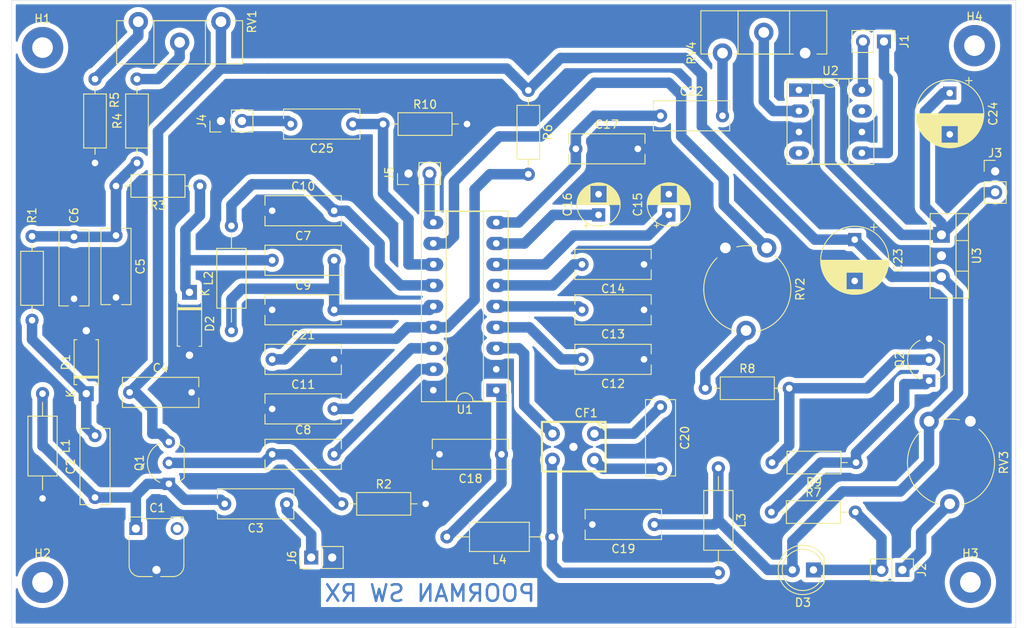
<source format=kicad_pcb>
(kicad_pcb (version 20240108) (generator "pcbnew") (generator_version "8.0")
  (layers (0 "F.Cu" signal) (31 "B.Cu" signal) (34 "B.Paste" user) (35 "F.Paste" user) (36 "B.SilkS" user "B.Silkscreen") (37 "F.SilkS" user "F.Silkscreen") (38 "B.Mask" user) (39 "F.Mask" user) (44 "Edge.Cuts" user))
  (net 0 "")
  (net 1 "Net-(Q1-G)")
  (net 2 "GND")
  (net 3 "Net-(D1-K)")
  (net 4 "Net-(J6-Pin_1)")
  (net 5 "+9V")
  (net 6 "Net-(C5-Pad1)")
  (net 7 "Net-(D2-K)")
  (net 8 "Net-(C7-Pad2)")
  (net 9 "Net-(Q1-S)")
  (net 10 "Net-(C8-Pad2)")
  (net 11 "Net-(C10-Pad2)")
  (net 12 "Net-(C11-Pad2)")
  (net 13 "Net-(C12-Pad2)")
  (net 14 "Net-(C13-Pad2)")
  (net 15 "Net-(C14-Pad2)")
  (net 16 "Net-(C15-Pad1)")
  (net 17 "Net-(C16-Pad1)")
  (net 18 "Net-(C17-Pad1)")
  (net 19 "Net-(C18-Pad1)")
  (net 20 "Net-(CF1-Ca)")
  (net 21 "Net-(CF1-Cb)")
  (net 22 "Net-(C21-Pad1)")
  (net 23 "Net-(C22-Pad2)")
  (net 24 "+12V")
  (net 25 "Net-(J4-Pin_2)")
  (net 26 "Net-(C25-Pad1)")
  (net 27 "Net-(D3-K)")
  (net 28 "Net-(J1-Pin_2)")
  (net 29 "Net-(J1-Pin_1)")
  (net 30 "Net-(J2-Pin_1)")
  (net 31 "Net-(J5-Pin_2)")
  (net 32 "Net-(CF1-IN)")
  (net 33 "Net-(Q2-C)")
  (net 34 "Net-(Q2-B)")
  (net 35 "Net-(R4-Pad2)")
  (net 36 "Net-(R5-Pad1)")
  (net 37 "Net-(R8-Pad1)")
  (net 38 "Net-(RV2-Pad3)")
  (net 39 "Net-(U2-IN+)")
  (net 40 "Net-(CF1-OUT)")
  (footprint "Capacitor_THT:C_Rect_L9.0mm_W3.4mm_P7.50mm_MKT" (layer "F.Cu") (at 165.5 105 180)
    (property "Reference" "C14" (at 3.75 -2.95 0) (layer "F.SilkS"))
    (property "Value" "10n")
    (pad "1" thru_hole circle (at 0 0 180) (size 1.6 1.6) (drill 0.8) (layers "*.Cu" "*.Mask") (net 2 "GND"))
    (pad "2" thru_hole circle (at 7.5 0 180) (size 1.6 1.6) (drill 0.8) (layers "*.Cu" "*.Mask") (net 15 "Net-(C14-Pad2)"))
  )
  (footprint "Potentiometer_THT:Potentiometer_Piher_PT-15-H01_Horizontal" (layer "F.Cu") (at 175 79.4 90)
    (property "Reference" "RV4" (at 0 -3.75 90) (layer "F.SilkS"))
    (property "Value" "100k")
    (pad "1" thru_hole circle (at 0 0 90) (size 2.34 2.34) (drill 1.3) (layers "*.Cu" "*.Mask") (net 23 "Net-(C22-Pad2)"))
    (pad "2" thru_hole circle (at 2.5 5 90) (size 2.34 2.34) (drill 1.3) (layers "*.Cu" "*.Mask") (net 39 "Net-(U2-IN+)"))
    (pad "3" thru_hole circle (at 0 10 90) (size 2.34 2.34) (drill 1.3) (layers "*.Cu" "*.Mask") (net 2 "GND"))
  )
  (footprint "Package_TO_SOT_THT:TO-220-3_Vertical" (layer "F.Cu") (at 201.5 101.42 -90)
    (property "Reference" "U3" (at 2.54 -4.27 90) (layer "F.SilkS"))
    (property "Value" "L7809")
    (pad "1" thru_hole rect (at 0 0 270) (size 1.905 2) (drill 1.1) (layers "*.Cu" "*.Mask") (net 24 "+12V"))
    (pad "2" thru_hole oval (at 2.54 0 270) (size 1.905 2) (drill 1.1) (layers "*.Cu" "*.Mask") (net 2 "GND"))
    (pad "3" thru_hole oval (at 5.08 0 270) (size 1.905 2) (drill 1.1) (layers "*.Cu" "*.Mask") (net 5 "+9V"))
  )
  (footprint "Connector_PinHeader_2.54mm:PinHeader_1x02_P2.54mm_Vertical" (layer "F.Cu") (at 125.225 140.5 90)
    (property "Reference" "J6" (at 0 -2.33 90) (layer "F.SilkS"))
    (property "Value" "ANT")
    (pad "1" thru_hole rect (at 0 0 90) (size 1.7 1.7) (drill 1) (layers "*.Cu" "*.Mask") (net 4 "Net-(J6-Pin_1)"))
    (pad "2" thru_hole oval (at 0 2.54 90) (size 1.7 1.7) (drill 1) (layers "*.Cu" "*.Mask") (net 2 "GND"))
  )
  (footprint "Capacitor_THT:C_Rect_L9.0mm_W3.4mm_P7.50mm_MKT" (layer "F.Cu") (at 165.5 116.5 180)
    (property "Reference" "C12" (at 3.75 -2.95 0) (layer "F.SilkS"))
    (property "Value" "100n")
    (pad "1" thru_hole circle (at 0 0 180) (size 1.6 1.6) (drill 0.8) (layers "*.Cu" "*.Mask") (net 2 "GND"))
    (pad "2" thru_hole circle (at 7.5 0 180) (size 1.6 1.6) (drill 0.8) (layers "*.Cu" "*.Mask") (net 13 "Net-(C12-Pad2)"))
  )
  (footprint "Capacitor_THT:C_Rect_L9.0mm_W3.4mm_P7.50mm_MKT" (layer "F.Cu") (at 130.25 88 180)
    (property "Reference" "C25" (at 3.75 -2.95 0) (layer "F.SilkS"))
    (property "Value" "10n")
    (pad "1" thru_hole circle (at 0 0 180) (size 1.6 1.6) (drill 0.8) (layers "*.Cu" "*.Mask") (net 26 "Net-(C25-Pad1)"))
    (pad "2" thru_hole circle (at 7.5 0 180) (size 1.6 1.6) (drill 0.8) (layers "*.Cu" "*.Mask") (net 25 "Net-(J4-Pin_2)"))
  )
  (footprint "Capacitor_THT:C_Rect_L9.0mm_W3.4mm_P7.50mm_MKT" (layer "F.Cu") (at 120.5 104.5)
    (property "Reference" "C7" (at 3.75 -2.95 0) (layer "F.SilkS"))
    (property "Value" "220")
    (pad "1" thru_hole circle (at 0 0) (size 1.6 1.6) (drill 0.8) (layers "*.Cu" "*.Mask") (net 7 "Net-(D2-K)"))
    (pad "2" thru_hole circle (at 7.5 0) (size 1.6 1.6) (drill 0.8) (layers "*.Cu" "*.Mask") (net 8 "Net-(C7-Pad2)"))
  )
  (footprint "Resistor_THT:R_Axial_DIN0207_L6.3mm_D2.5mm_P10.16mm_Horizontal" (layer "F.Cu") (at 133.92 88)
    (property "Reference" "R10" (at 5.08 -2.37 0) (layer "F.SilkS"))
    (property "Value" "2.2k")
    (pad "1" thru_hole circle (at 0 0) (size 1.6 1.6) (drill 0.8) (layers "*.Cu" "*.Mask") (net 26 "Net-(C25-Pad1)"))
    (pad "2" thru_hole oval (at 10.16 0) (size 1.6 1.6) (drill 0.8) (layers "*.Cu" "*.Mask") (net 2 "GND"))
  )
  (footprint "Capacitor_THT:CP_Radial_D5.0mm_P2.50mm" (layer "F.Cu") (at 168.5 99 90)
    (property "Reference" "C15" (at 1.25 -3.75 90) (layer "F.SilkS"))
    (property "Value" "1u")
    (pad "1" thru_hole rect (at 0 0 90) (size 1.6 1.6) (drill 0.8) (layers "*.Cu" "*.Mask") (net 16 "Net-(C15-Pad1)"))
    (pad "2" thru_hole circle (at 2.5 0 90) (size 1.6 1.6) (drill 0.8) (layers "*.Cu" "*.Mask") (net 2 "GND"))
  )
  (footprint "Capacitor_THT:C_Rect_L9.0mm_W3.4mm_P7.50mm_MKT" (layer "F.Cu") (at 99.06 133.23 90)
    (property "Reference" "C2" (at 3.75 -2.95 90) (layer "F.SilkS"))
    (property "Value" "390")
    (pad "1" thru_hole circle (at 0 0 90) (size 1.6 1.6) (drill 0.8) (layers "*.Cu" "*.Mask") (net 1 "Net-(Q1-G)"))
    (pad "2" thru_hole circle (at 7.5 0 90) (size 1.6 1.6) (drill 0.8) (layers "*.Cu" "*.Mask") (net 3 "Net-(D1-K)"))
  )
  (footprint "Connector_PinHeader_2.54mm:PinHeader_1x02_P2.54mm_Vertical" (layer "F.Cu") (at 196.775 142 -90)
    (property "Reference" "J2" (at 0 -2.33 90) (layer "F.SilkS"))
    (property "Value" "SM")
    (pad "1" thru_hole rect (at 0 0 270) (size 1.7 1.7) (drill 1) (layers "*.Cu" "*.Mask") (net 30 "Net-(J2-Pin_1)"))
    (pad "2" thru_hole oval (at 0 2.54 270) (size 1.7 1.7) (drill 1) (layers "*.Cu" "*.Mask") (net 27 "Net-(D3-K)"))
  )
  (footprint "LED_THT:LED_D5.0mm_Clear" (layer "F.Cu") (at 186 142 180)
    (property "Reference" "D3" (at 1.27 -3.96 0) (layer "F.SilkS"))
    (property "Value" "LED")
    (pad "1" thru_hole rect (at 0 0 180) (size 1.8 1.8) (drill 0.9) (layers "*.Cu" "*.Mask") (net 27 "Net-(D3-K)"))
    (pad "2" thru_hole circle (at 2.54 0 180) (size 1.8 1.8) (drill 0.9) (layers "*.Cu" "*.Mask") (net 5 "+9V"))
  )
  (footprint "Inductor_THT:L_Axial_L7.0mm_D3.3mm_P12.70mm_Horizontal_Fastron_MICC" (layer "F.Cu") (at 154.35 138 180)
    (property "Reference" "L4" (at 6.35 -2.77 0) (layer "F.SilkS"))
    (property "Value" "680u")
    (pad "1" thru_hole circle (at 0 0 180) (size 1.6 1.6) (drill 0.8) (layers "*.Cu" "*.Mask") (net 20 "Net-(CF1-Ca)"))
    (pad "2" thru_hole oval (at 12.7 0 180) (size 1.6 1.6) (drill 0.8) (layers "*.Cu" "*.Mask") (net 19 "Net-(C18-Pad1)"))
  )
  (footprint "Inductor_THT:L_Axial_L7.0mm_D3.3mm_P12.70mm_Horizontal_Fastron_MICC" (layer "F.Cu") (at 92.71 120.65 -90)
    (property "Reference" "L1" (at 6.35 -2.77 90) (layer "F.SilkS"))
    (property "Value" "3.9u")
    (pad "1" thru_hole circle (at 0 0 270) (size 1.6 1.6) (drill 0.8) (layers "*.Cu" "*.Mask") (net 1 "Net-(Q1-G)"))
    (pad "2" thru_hole oval (at 12.7 0 270) (size 1.6 1.6) (drill 0.8) (layers "*.Cu" "*.Mask") (net 2 "GND"))
  )
  (footprint "Connector_PinHeader_2.54mm:PinHeader_1x02_P2.54mm_Vertical" (layer "F.Cu") (at 114.3 87.63 90)
    (property "Reference" "J4" (at 0 -2.33 90) (layer "F.SilkS"))
    (property "Value" "freq")
    (pad "1" thru_hole rect (at 0 0 90) (size 1.7 1.7) (drill 1) (layers "*.Cu" "*.Mask") (net 2 "GND"))
    (pad "2" thru_hole oval (at 0 2.54 90) (size 1.7 1.7) (drill 1) (layers "*.Cu" "*.Mask") (net 25 "Net-(J4-Pin_2)"))
  )
  (footprint "Capacitor_THT:C_Rect_L9.0mm_W3.4mm_P7.50mm_MKT" (layer "F.Cu") (at 120.5 122.5)
    (property "Reference" "C11" (at 3.75 -2.95 0) (layer "F.SilkS"))
    (property "Value" "100n")
    (pad "1" thru_hole circle (at 0 0) (size 1.6 1.6) (drill 0.8) (layers "*.Cu" "*.Mask") (net 2 "GND"))
    (pad "2" thru_hole circle (at 7.5 0) (size 1.6 1.6) (drill 0.8) (layers "*.Cu" "*.Mask") (net 12 "Net-(C11-Pad2)"))
  )
  (footprint "kicad_SFD455:SFD455" (layer "F.Cu") (at 156.96 127.1)
    (property "Reference" "CF1" (at 0.04 -4.1 0) (layer "F.SilkS") (effects (justify left)))
    (property "Value" "SFD455")
    (pad "1" thru_hole circle (at 2.54 -1.6) (size 1.8 1.8) (drill 1) (layers "*.Cu" "*.Mask") (net 32 "Net-(CF1-IN)"))
    (pad "2" thru_hole circle (at 2.54 1.6) (size 1.8 1.8) (drill 1) (layers "*.Cu" "*.Mask") (net 40 "Net-(CF1-OUT)"))
    (pad "3" thru_hole circle (at -2.54 1.6) (size 1.8 1.8) (drill 1) (layers "*.Cu" "*.Mask") (net 20 "Net-(CF1-Ca)"))
    (pad "4" thru_hole circle (at -2.54 -1.6) (size 1.8 1.8) (drill 1) (layers "*.Cu" "*.Mask") (net 21 "Net-(CF1-Cb)"))
    (pad "5" thru_hole rect (at 0 0) (size 1.8 1.8) (drill 1) (layers "*.Cu" "*.Mask") (net 2 "GND"))
  )
  (footprint "Resistor_THT:R_Axial_DIN0207_L6.3mm_D2.5mm_P10.16mm_Horizontal" (layer "F.Cu") (at 172.92 120)
    (property "Reference" "R8" (at 5.08 -2.37 0) (layer "F.SilkS"))
    (property "Value" "10k")
    (pad "1" thru_hole circle (at 0 0) (size 1.6 1.6) (drill 0.8) (layers "*.Cu" "*.Mask") (net 37 "Net-(R8-Pad1)"))
    (pad "2" thru_hole oval (at 10.16 0) (size 1.6 1.6) (drill 0.8) (layers "*.Cu" "*.Mask") (net 34 "Net-(Q2-B)"))
  )
  (footprint "Capacitor_THT:C_Rect_L9.0mm_W3.4mm_P7.50mm_MKT" (layer "F.Cu") (at 165.5 110.5 180)
    (property "Reference" "C13" (at 3.75 -2.95 0) (layer "F.SilkS"))
    (property "Value" "220n")
    (pad "1" thru_hole circle (at 0 0 180) (size 1.6 1.6) (drill 0.8) (layers "*.Cu" "*.Mask") (net 2 "GND"))
    (pad "2" thru_hole circle (at 7.5 0 180) (size 1.6 1.6) (drill 0.8) (layers "*.Cu" "*.Mask") (net 14 "Net-(C13-Pad2)"))
  )
  (footprint "Package_DIP:DIP-18_W7.62mm_Socket_LongPads" (layer "F.Cu") (at 147.62 120.24 180)
    (property "Reference" "U1" (at 3.81 -2.33 0) (layer "F.SilkS"))
    (property "Value" "TDA1572")
    (pad "1" thru_hole rect (at 0 0 180) (size 2.4 1.6) (drill 0.8) (layers "*.Cu" "*.Mask") (net 19 "Net-(C18-Pad1)"))
    (pad "2" thru_hole oval (at 0 2.54 180) (size 2.4 1.6) (drill 0.8) (layers "*.Cu" "*.Mask") (net 2 "GND"))
    (pad "3" thru_hole oval (at 0 5.08 180) (size 2.4 1.6) (drill 0.8) (layers "*.Cu" "*.Mask") (net 21 "Net-(CF1-Cb)"))
    (pad "4" thru_hole oval (at 0 7.62 180) (size 2.4 1.6) (drill 0.8) (layers "*.Cu" "*.Mask") (net 13 "Net-(C12-Pad2)"))
    (pad "5" thru_hole oval (at 0 10.16 180) (size 2.4 1.6) (drill 0.8) (layers "*.Cu" "*.Mask") (net 14 "Net-(C13-Pad2)"))
    (pad "6" thru_hole oval (at 0 12.7 180) (size 2.4 1.6) (drill 0.8) (layers "*.Cu" "*.Mask") (net 15 "Net-(C14-Pad2)"))
    (pad "7" thru_hole oval (at 0 15.24 180) (size 2.4 1.6) (drill 0.8) (layers "*.Cu" "*.Mask") (net 16 "Net-(C15-Pad1)"))
    (pad "8" thru_hole oval (at 0 17.78 180) (size 2.4 1.6) (drill 0.8) (layers "*.Cu" "*.Mask") (net 17 "Net-(C16-Pad1)"))
    (pad "9" thru_hole oval (at 0 20.32 180) (size 2.4 1.6) (drill 0.8) (layers "*.Cu" "*.Mask") (net 18 "Net-(C17-Pad1)"))
    (pad "10" thru_hole oval (at 7.62 20.32 180) (size 2.4 1.6) (drill 0.8) (layers "*.Cu" "*.Mask") (net 31 "Net-(J5-Pin_2)"))
    (pad "11" thru_hole oval (at 7.62 17.78 180) (size 2.4 1.6) (drill 0.8) (layers "*.Cu" "*.Mask") (net 38 "Net-(RV2-Pad3)"))
    (pad "12" thru_hole oval (at 7.62 15.24 180) (size 2.4 1.6) (drill 0.8) (layers "*.Cu" "*.Mask") (net 26 "Net-(C25-Pad1)"))
    (pad "13" thru_hole oval (at 7.62 12.7 180) (size 2.4 1.6) (drill 0.8) (layers "*.Cu" "*.Mask") (net 11 "Net-(C10-Pad2)"))
    (pad "14" thru_hole oval (at 7.62 10.16 180) (size 2.4 1.6) (drill 0.8) (layers "*.Cu" "*.Mask") (net 8 "Net-(C7-Pad2)"))
    (pad "15" thru_hole oval (at 7.62 7.62 180) (size 2.4 1.6) (drill 0.8) (layers "*.Cu" "*.Mask") (net 22 "Net-(C21-Pad1)"))
    (pad "16" thru_hole oval (at 7.62 5.08 180) (size 2.4 1.6) (drill 0.8) (layers "*.Cu" "*.Mask") (net 12 "Net-(C11-Pad2)"))
    (pad "17" thru_hole oval (at 7.62 2.54 180) (size 2.4 1.6) (drill 0.8) (layers "*.Cu" "*.Mask") (net 10 "Net-(C8-Pad2)"))
    (pad "18" thru_hole oval (at 7.62 0 180) (size 2.4 1.6) (drill 0.8) (layers "*.Cu" "*.Mask") (net 2 "GND"))
  )
  (footprint "Capacitor_THT:C_Rect_L9.0mm_W3.4mm_P7.50mm_MKT" (layer "F.Cu") (at 120.5 116.5)
    (property "Reference" "C21" (at 3.75 -2.95 0) (layer "F.SilkS"))
    (property "Value" "100n")
    (pad "1" thru_hole circle (at 0 0) (size 1.6 1.6) (drill 0.8) (layers "*.Cu" "*.Mask") (net 22 "Net-(C21-Pad1)"))
    (pad "2" thru_hole circle (at 7.5 0) (size 1.6 1.6) (drill 0.8) (layers "*.Cu" "*.Mask") (net 2 "GND"))
  )
  (footprint "Potentiometer_THT:Potentiometer_Runtron_RM-065_Vertical" (layer "F.Cu") (at 104 137)
    (property "Reference" "C1" (at 2.6 -2.5 0) (layer "F.SilkS"))
    (property "Value" "22")
    (pad "1" thru_hole rect (at 0 0) (size 1.56 1.56) (drill 1) (layers "*.Cu" "*.Mask") (net 1 "Net-(Q1-G)"))
    (pad "2" thru_hole circle (at 2.5 5) (size 1.56 1.56) (drill 1) (layers "*.Cu" "*.Mask") (net 2 "GND"))
    (pad "3" thru_hole circle (at 5 0) (size 1.56 1.56) (drill 1) (layers "*.Cu" "*.Mask"))
  )
  (footprint "Potentiometer_THT:Potentiometer_Piher_PT-10-V10_Vertical" (layer "F.Cu") (at 200 124 -90)
    (property "Reference" "RV3" (at 5 -9.05 90) (layer "F.SilkS"))
    (property "Value" "10k")
    (pad "1" thru_hole circle (at 0 0 270) (size 2.34 2.34) (drill 1.3) (layers "*.Cu" "*.Mask") (net 5 "+9V"))
    (pad "2" thru_hole circle (at 10 -2.5 270) (size 2.34 2.34) (drill 1.3) (layers "*.Cu" "*.Mask") (net 30 "Net-(J2-Pin_1)"))
    (pad "3" thru_hole circle (at 0 -5 270) (size 2.34 2.34) (drill 1.3) (layers "*.Cu" "*.Mask") (net 2 "GND"))
  )
  (footprint "MountingHole:MountingHole_2.5mm_Pad" (layer "F.Cu") (at 92.71 78.74)
    (property "Reference" "H1" (at 0 -3.5 0) (layer "F.SilkS"))
    (property "Value" "MountingHole")
    (pad "1" thru_hole circle (at 0 0) (size 5 5) (drill 2.5) (layers "*.Cu" "*.Mask"))
  )
  (footprint "MountingHole:MountingHole_2.5mm_Pad" (layer "F.Cu") (at 92.71 143.51)
    (property "Reference" "H2" (at 0 -3.5 0) (layer "F.SilkS"))
    (property "Value" "MountingHole")
    (pad "1" thru_hole circle (at 0 0) (size 5 5) (drill 2.5) (layers "*.Cu" "*.Mask"))
  )
  (footprint "Capacitor_THT:C_Rect_L9.0mm_W3.4mm_P7.50mm_MKT" (layer "F.Cu") (at 166.75 136.5 180)
    (property "Reference" "C19" (at 3.75 -2.95 0) (layer "F.SilkS"))
    (property "Value" "100n")
    (pad "1" thru_hole circle (at 0 0 180) (size 1.6 1.6) (drill 0.8) (layers "*.Cu" "*.Mask") (net 5 "+9V"))
    (pad "2" thru_hole circle (at 7.5 0 180) (size 1.6 1.6) (drill 0.8) (layers "*.Cu" "*.Mask") (net 2 "GND"))
  )
  (footprint "Package_DIP:DIP-8_W7.62mm_Socket_LongPads" (layer "F.Cu") (at 184.25 83.88)
    (property "Reference" "U2" (at 3.81 -2.33 0) (layer "F.SilkS"))
    (property "Value" "TDA7052A")
    (pad "1" thru_hole rect (at 0 0) (size 2.4 1.6) (drill 0.8) (layers "*.Cu" "*.Mask") (net 24 "+12V"))
    (pad "2" thru_hole oval (at 0 2.54) (size 2.4 1.6) (drill 0.8) (layers "*.Cu" "*.Mask") (net 39 "Net-(U2-IN+)"))
    (pad "3" thru_hole oval (at 0 5.08) (size 2.4 1.6) (drill 0.8) (layers "*.Cu" "*.Mask") (net 2 "GND"))
    (pad "4" thru_hole oval (at 0 7.62) (size 2.4 1.6) (drill 0.8) (layers "*.Cu" "*.Mask"))
    (pad "5" thru_hole oval (at 7.62 7.62) (size 2.4 1.6) (drill 0.8) (layers "*.Cu" "*.Mask") (net 29 "Net-(J1-Pin_1)"))
    (pad "6" thru_hole oval (at 7.62 5.08) (size 2.4 1.6) (drill 0.8) (layers "*.Cu" "*.Mask") (net 2 "GND"))
    (pad "7" thru_hole oval (at 7.62 2.54) (size 2.4 1.6) (drill 0.8) (layers "*.Cu" "*.Mask"))
    (pad "8" thru_hole oval (at 7.62 0) (size 2.4 1.6) (drill 0.8) (layers "*.Cu" "*.Mask") (net 28 "Net-(J1-Pin_2)"))
  )
  (footprint "Capacitor_THT:C_Rect_L9.0mm_W3.4mm_P7.50mm_MKT" (layer "F.Cu") (at 96.52 101.66 -90)
    (property "Reference" "C6" (at -2.6 0 90) (layer "F.SilkS"))
    (property "Value" "100n")
    (pad "1" thru_hole circle (at 0 0 270) (size 1.6 1.6) (drill 0.8) (layers "*.Cu" "*.Mask") (net 6 "Net-(C5-Pad1)"))
    (pad "2" thru_hole circle (at 7.5 0 270) (size 1.6 1.6) (drill 0.8) (layers "*.Cu" "*.Mask") (net 2 "GND"))
  )
  (footprint "Resistor_THT:R_Axial_DIN0207_L6.3mm_D2.5mm_P10.16mm_Horizontal" (layer "F.Cu") (at 180.92 135)
    (property "Reference" "R7" (at 5.08 -2.37 0) (layer "F.SilkS"))
    (property "Value" "2.2k")
    (pad "1" thru_hole circle (at 0 0) (size 1.6 1.6) (drill 0.8) (layers "*.Cu" "*.Mask") (net 33 "Net-(Q2-C)"))
    (pad "2" thru_hole oval (at 10.16 0) (size 1.6 1.6) (drill 0.8) (layers "*.Cu" "*.Mask") (net 27 "Net-(D3-K)"))
  )
  (footprint "Connector_PinHeader_2.54mm:PinHeader_1x02_P2.54mm_Vertical" (layer "F.Cu") (at 194.54 78 -90)
    (property "Reference" "J1" (at 0 -2.46 90) (layer "F.SilkS"))
    (property "Value" "AP")
    (pad "1" thru_hole rect (at 0 0 270) (size 1.7 1.7) (drill 1) (layers "*.Cu" "*.Mask") (net 29 "Net-(J1-Pin_1)"))
    (pad "2" thru_hole oval (at 0 2.54 270) (size 1.7 1.7) (drill 1) (layers "*.Cu" "*.Mask") (net 28 "Net-(J1-Pin_2)"))
  )
  (footprint "Capacitor_THT:C_Rect_L9.0mm_W3.4mm_P7.50mm_MKT" (layer "F.Cu") (at 103.25 120.5)
    (property "Reference" "C4" (at 3.75 -2.95 0) (layer "F.SilkS"))
    (property "Value" "100n")
    (pad "1" thru_hole circle (at 0 0) (size 1.6 1.6) (drill 0.8) (layers "*.Cu" "*.Mask") (net 5 "+9V"))
    (pad "2" thru_hole circle (at 7.5 0) (size 1.6 1.6) (drill 0.8) (layers "*.Cu" "*.Mask") (net 2 "GND"))
  )
  (footprint "Resistor_THT:R_Axial_DIN0207_L6.3mm_D2.5mm_P10.16mm_Horizontal" (layer "F.Cu") (at 104.14 92.71 90)
    (property "Reference" "R4" (at 5.08 -2.37 90) (layer "F.SilkS"))
    (property "Value" "220k")
    (pad "1" thru_hole circle (at 0 0 90) (size 1.6 1.6) (drill 0.8) (layers "*.Cu" "*.Mask") (net 6 "Net-(C5-Pad1)"))
    (pad "2" thru_hole oval (at 10.16 0 90) (size 1.6 1.6) (drill 0.8) (layers "*.Cu" "*.Mask") (net 35 "Net-(R4-Pad2)"))
  )
  (footprint "Resistor_THT:R_Axial_DIN0207_L6.3mm_D2.5mm_P10.16mm_Horizontal" (layer "F.Cu") (at 128.92 134)
    (property "Reference" "R2" (at 5.08 -2.37 0) (layer "F.SilkS"))
    (property "Value" "470")
    (pad "1" thru_hole circle (at 0 0) (size 1.6 1.6) (drill 0.8) (layers "*.Cu" "*.Mask") (net 9 "Net-(Q1-S)"))
    (pad "2" thru_hole oval (at 10.16 0) (size 1.6 1.6) (drill 0.8) (layers "*.Cu" "*.Mask") (net 2 "GND"))
  )
  (footprint "Potentiometer_THT:Potentiometer_Piher_PT-15-H01_Horizontal" (layer "F.Cu") (at 114.3 75.6 -90)
    (property "Reference" "RV1" (at 0 -3.75 -90) (layer "F.SilkS"))
    (property "Value" "100k")
    (pad "1" thru_hole circle (at 0 0 270) (size 2.34 2.34) (drill 1.3) (layers "*.Cu" "*.Mask") (net 5 "+9V"))
    (pad "2" thru_hole circle (at 2.5 5 270) (size 2.34 2.34) (drill 1.3) (layers "*.Cu" "*.Mask") (net 35 "Net-(R4-Pad2)"))
    (pad "3" thru_hole circle (at 0 10 270) (size 2.34 2.34) (drill 1.3) (layers "*.Cu" "*.Mask") (net 36 "Net-(R5-Pad1)"))
  )
  (footprint "Capacitor_THT:C_Rect_L9.0mm_W3.4mm_P7.50mm_MKT" (layer "F.Cu") (at 120.5 128)
    (property "Reference" "C8" (at 3.75 -2.95 0) (layer "F.SilkS"))
    (property "Value" "220")
    (pad "1" thru_hole circle (at 0 0) (size 1.6 1.6) (drill 0.8) (layers "*.Cu" "*.Mask") (net 9 "Net-(Q1-S)"))
    (pad "2" thru_hole circle (at 7.5 0) (size 1.6 1.6) (drill 0.8) (layers "*.Cu" "*.Mask") (net 10 "Net-(C8-Pad2)"))
  )
  (footprint "Inductor_THT:L_Axial_L7.0mm_D3.3mm_P12.70mm_Horizontal_Fastron_MICC" (layer "F.Cu") (at 115.57 113.03 90)
    (property "Reference" "L2" (at 6.35 -2.77 90) (layer "F.SilkS"))
    (property "Value" "4.7u")
    (pad "1" thru_hole circle (at 0 0 90) (size 1.6 1.6) (drill 0.8) (layers "*.Cu" "*.Mask") (net 8 "Net-(C7-Pad2)"))
    (pad "2" thru_hole oval (at 12.7 0 90) (size 1.6 1.6) (drill 0.8) (layers "*.Cu" "*.Mask") (net 11 "Net-(C10-Pad2)"))
  )
  (footprint "Package_TO_SOT_THT:TO-92_Inline_Wide" (layer "F.Cu") (at 108 131.58 90)
    (property "Reference" "Q1" (at 2.54 -3.56 90) (layer "F.SilkS"))
    (property "Value" "BF245A")
    (pad "1" thru_hole rect (at 0 0 90) (size 1.5 1.5) (drill 0.8) (layers "*.Cu" "*.Mask") (net 1 "Net-(Q1-G)"))
    (pad "2" thru_hole circle (at 2.54 0 90) (size 1.5 1.5) (drill 0.8) (layers "*.Cu" "*.Mask") (net 9 "Net-(Q1-S)"))
    (pad "3" thru_hole circle (at 5.08 0 90) (size 1.5 1.5) (drill 0.8) (layers "*.Cu" "*.Mask") (net 5 "+9V"))
  )
  (footprint "Inductor_THT:L_Axial_L7.0mm_D3.3mm_P12.70mm_Horizontal_Fastron_MICC" (layer "F.Cu") (at 174.5 129.65 -90)
    (property "Reference" "L3" (at 6.35 -2.77 90) (layer "F.SilkS"))
    (property "Value" "82u")
    (pad "1" thru_hole circle (at 0 0 270) (size 1.6 1.6) (drill 0.8) (layers "*.Cu" "*.Mask") (net 5 "+9V"))
    (pad "2" thru_hole oval (at 12.7 0 270) (size 1.6 1.6) (drill 0.8) (layers "*.Cu" "*.Mask") (net 20 "Net-(CF1-Ca)"))
  )
  (footprint "Capacitor_THT:C_Rect_L9.0mm_W3.4mm_P7.50mm_MKT" (layer "F.Cu") (at 157.25 91)
    (property "Reference" "C17" (at 3.75 -2.95 0) (layer "F.SilkS"))
    (property "Value" "3.3n")
    (pad "1" thru_hole circle (at 0 0) (size 1.6 1.6) (drill 0.8) (layers "*.Cu" "*.Mask") (net 18 "Net-(C17-Pad1)"))
    (pad "2" thru_hole circle (at 7.5 0) (size 1.6 1.6) (drill 0.8) (layers "*.Cu" "*.Mask") (net 2 "GND"))
  )
  (footprint "Capacitor_THT:C_Rect_L9.0mm_W3.4mm_P7.50mm_MKT" (layer "F.Cu") (at 167.5 87)
    (property "Reference" "C22" (at 3.75 -2.95 0) (layer "F.SilkS"))
    (property "Value" "100n")
    (pad "1" thru_hole circle (at 0 0) (size 1.6 1.6) (drill 0.8) (layers "*.Cu" "*.Mask") (net 18 "Net-(C17-Pad1)"))
    (pad "2" thru_hole circle (at 7.5 0) (size 1.6 1.6) (drill 0.8) (layers "*.Cu" "*.Mask") (net 23 "Net-(C22-Pad2)"))
  )
  (footprint "Capacitor_THT:CP_Radial_D5.0mm_P2.50mm" (layer "F.Cu") (at 160 99 90)
    (property "Reference" "C16" (at 1.25 -3.75 90) (layer "F.SilkS"))
    (property "Value" "10u")
    (pad "1" thru_hole rect (at 0 0 90) (size 1.6 1.6) (drill 0.8) (layers "*.Cu" "*.Mask") (net 17 "Net-(C16-Pad1)"))
    (pad "2" thru_hole circle (at 2.5 0 90) (size 1.6 1.6) (drill 0.8) (layers "*.Cu" "*.Mask") (net 2 "GND"))
  )
  (footprint "Capacitor_THT:C_Rect_L9.0mm_W3.4mm_P7.50mm_MKT" (layer "F.Cu") (at 101.6 101.5 -90)
    (property "Reference" "C5" (at 3.75 -2.95 90) (layer "F.SilkS"))
    (property "Value" "100n")
    (pad "1" thru_hole circle (at 0 0 270) (size 1.6 1.6) (drill 0.8) (layers "*.Cu" "*.Mask") (net 6 "Net-(C5-Pad1)"))
    (pad "2" thru_hole circle (at 7.5 0 270) (size 1.6 1.6) (drill 0.8) (layers "*.Cu" "*.Mask") (net 2 "GND"))
  )
  (footprint "Capacitor_THT:CP_Radial_D8.0mm_P5.00mm" (layer "F.Cu") (at 191 102 -90)
    (property "Reference" "C23" (at 2.5 -5.25 90) (layer "F.SilkS"))
    (property "Value" "100u")
    (pad "1" thru_hole rect (at 0 0 270) (size 1.6 1.6) (drill 0.8) (layers "*.Cu" "*.Mask") (net 5 "+9V"))
    (pad "2" thru_hole circle (at 5 0 270) (size 1.6 1.6) (drill 0.8) (layers "*.Cu" "*.Mask") (net 2 "GND"))
  )
  (footprint "Resistor_THT:R_Axial_DIN0207_L6.3mm_D2.5mm_P10.16mm_Horizontal" (layer "F.Cu") (at 151.5 83.92 -90)
    (property "Reference" "R6" (at 5.08 -2.37 90) (layer "F.SilkS"))
    (property "Value" "22")
    (pad "1" thru_hole circle (at 0 0 270) (size 1.6 1.6) (drill 0.8) (layers "*.Cu" "*.Mask") (net 5 "+9V"))
    (pad "2" thru_hole oval (at 10.16 0 270) (size 1.6 1.6) (drill 0.8) (layers "*.Cu" "*.Mask") (net 22 "Net-(C21-Pad1)"))
  )
  (footprint "Connector_PinHeader_2.54mm:PinHeader_1x02_P2.54mm_Vertical" (layer "F.Cu") (at 208 93.725)
    (property "Reference" "J3" (at 0 -2.21 0) (layer "F.SilkS"))
    (property "Value" "alim 12V")
    (pad "1" thru_hole rect (at 0 0) (size 1.7 1.7) (drill 1) (layers "*.Cu" "*.Mask") (net 2 "GND"))
    (pad "2" thru_hole oval (at 0 2.54) (size 1.7 1.7) (drill 1) (layers "*.Cu" "*.Mask") (net 24 "+12V"))
  )
  (footprint "MountingHole:MountingHole_2.5mm_Pad" (layer "F.Cu") (at 205.5 78.5)
    (property "Reference" "H4" (at 0 -3.5 0) (layer "F.SilkS"))
    (property "Value" "MountingHole")
    (pad "1" thru_hole circle (at 0 0) (size 5 5) (drill 2.5) (layers "*.Cu" "*.Mask"))
  )
  (footprint "Capacitor_THT:C_Rect_L9.0mm_W3.4mm_P7.50mm_MKT" (layer "F.Cu") (at 167.5 122.25 -90)
    (property "Reference" "C20" (at 3.75 -2.95 90) (layer "F.SilkS"))
    (property "Value" "39")
    (pad "1" thru_hole circle (at 0 0 270) (size 1.6 1.6) (drill 0.8) (layers "*.Cu" "*.Mask") (net 32 "Net-(CF1-IN)"))
    (pad "2" thru_hole circle (at 7.5 0 270) (size 1.6 1.6) (drill 0.8) (layers "*.Cu" "*.Mask") (net 40 "Net-(CF1-OUT)"))
  )
  (footprint "Diode_THT:D_A-405_P7.62mm_Horizontal" (layer "F.Cu") (at 98 120.65 90)
    (property "Reference" "D1" (at 3.81 -2.47 90) (layer "F.SilkS"))
    (property "Value" "BB509")
    (fp_text user "K" (at 0 -1.9 90) (layer "F.SilkS"))
    (pad "1" thru_hole rect (at 0 0 90) (size 1.8 1.8) (drill 0.9) (layers "*.Cu" "*.Mask") (net 3 "Net-(D1-K)"))
    (pad "2" thru_hole oval (at 7.62 0 90) (size 1.8 1.8) (drill 0.9) (layers "*.Cu" "*.Mask") (net 2 "GND"))
  )
  (footprint "Capacitor_THT:CP_Radial_D8.0mm_P5.00mm" (layer "F.Cu") (at 202.5 84.25 -90)
    (property "Reference" "C24" (at 2.5 -5.25 90) (layer "F.SilkS"))
    (property "Value" "220u")
    (pad "1" thru_hole rect (at 0 0 270) (size 1.6 1.6) (drill 0.8) (layers "*.Cu" "*.Mask") (net 24 "+12V"))
    (pad "2" thru_hole circle (at 5 0 270) (size 1.6 1.6) (drill 0.8) (layers "*.Cu" "*.Mask") (net 2 "GND"))
  )
  (footprint "Diode_THT:D_A-405_P7.62mm_Horizontal" (layer "F.Cu") (at 110.49 108.38 -90)
    (property "Reference" "D2" (at 3.81 -2.47 90) (layer "F.SilkS"))
    (property "Value" "BB509")
    (fp_text user "K" (at 0 -1.9 90) (layer "F.SilkS"))
    (pad "1" thru_hole rect (at 0 0 270) (size 1.8 1.8) (drill 0.9) (layers "*.Cu" "*.Mask") (net 7 "Net-(D2-K)"))
    (pad "2" thru_hole oval (at 7.62 0 270) (size 1.8 1.8) (drill 0.9) (layers "*.Cu" "*.Mask") (net 2 "GND"))
  )
  (footprint "Capacitor_THT:C_Rect_L9.0mm_W3.4mm_P7.50mm_MKT" (layer "F.Cu") (at 120.5 110.5)
    (property "Reference" "C9" (at 3.75 -2.95 0) (layer "F.SilkS"))
    (property "Value" "3.9")
    (pad "1" thru_hole circle (at 0 0) (size 1.6 1.6) (drill 0.8) (layers "*.Cu" "*.Mask") (net 2 "GND"))
    (pad "2" thru_hole circle (at 7.5 0) (size 1.6 1.6) (drill 0.8) (layers "*.Cu" "*.Mask") (net 8 "Net-(C7-Pad2)"))
  )
  (footprint "Capacitor_THT:C_Rect_L9.0mm_W3.4mm_P7.50mm_MKT" (layer "F.Cu") (at 120.5 98.5)
    (property "Reference" "C10" (at 3.75 -2.95 0) (layer "F.SilkS"))
    (property "Value" "100n")
    (pad "1" thru_hole circle (at 0 0) (size 1.6 1.6) (drill 0.8) (layers "*.Cu" "*.Mask") (net 2 "GND"))
    (pad "2" thru_hole circle (at 7.5 0) (size 1.6 1.6) (drill 0.8) (layers "*.Cu" "*.Mask") (net 11 "Net-(C10-Pad2)"))
  )
  (footprint "Resistor_THT:R_Axial_DIN0207_L6.3mm_D2.5mm_P10.16mm_Horizontal" (layer "F.Cu") (at 91.44 111.76 90)
    (property "Reference" "R1" (at 12.7 0 90) (layer "F.SilkS"))
    (property "Value" "470k")
    (pad "1" thru_hole circle (at 0 0 90) (size 1.6 1.6) (drill 0.8) (layers "*.Cu" "*.Mask") (net 3 "Net-(D1-K)"))
    (pad "2" thru_hole oval (at 10.16 0 90) (size 1.6 1.6) (drill 0.8) (layers "*.Cu" "*.Mask") (net 6 "Net-(C5-Pad1)"))
  )
  (footprint "Resistor_THT:R_Axial_DIN0207_L6.3mm_D2.5mm_P10.16mm_Horizontal" (layer "F.Cu") (at 191.16 129 180)
    (property "Reference" "R9" (at 5.08 -2.37 0) (layer "F.SilkS"))
    (property "Value" "820k")
    (pad "1" thru_hole circle (at 0 0 180) (size 1.6 1.6) (drill 0.8) (layers "*.Cu" "*.Mask") (net 33 "Net-(Q2-C)"))
    (pad "2" thru_hole oval (at 10.16 0 180) (size 1.6 1.6) (drill 0.8) (layers "*.Cu" "*.Mask") (net 34 "Net-(Q2-B)"))
  )
  (footprint "Package_TO_SOT_THT:TO-92_Inline_Wide" (layer "F.Cu") (at 200 119.08 90)
    (property "Reference" "Q2" (at 2.54 -3.56 90) (layer "F.SilkS"))
    (property "Value" "BC550")
    (pad "1" thru_hole rect (at 0 0 90) (size 1.5 1.5) (drill 0.8) (layers "*.Cu" "*.Mask") (net 33 "Net-(Q2-C)"))
    (pad "2" thru_hole circle (at 2.54 0 90) (size 1.5 1.5) (drill 0.8) (layers "*.Cu" "*.Mask") (net 34 "Net-(Q2-B)"))
    (pad "3" thru_hole circle (at 5.08 0 90) (size 1.5 1.5) (drill 0.8) (layers "*.Cu" "*.Mask") (net 2 "GND"))
  )
  (footprint "Potentiometer_THT:Potentiometer_Piher_PT-10-V10_Vertical" (layer "F.Cu") (at 175.35 103 -90)
    (property "Reference" "RV2" (at 5 -9.05 90) (layer "F.SilkS"))
    (property "Value" "2.5k")
    (pad "1" thru_hole circle (at 0 0 270) (size 2.34 2.34) (drill 1.3) (layers "*.Cu" "*.Mask") (net 2 "GND"))
    (pad "2" thru_hole circle (at 10 -2.5 270) (size 2.34 2.34) (drill 1.3) (layers "*.Cu" "*.Mask") (net 37 "Net-(R8-Pad1)"))
    (pad "3" thru_hole circle (at 0 -5 270) (size 2.34 2.34) (drill 1.3) (layers "*.Cu" "*.Mask") (net 38 "Net-(RV2-Pad3)"))
  )
  (footprint "Capacitor_THT:C_Rect_L9.0mm_W3.4mm_P7.50mm_MKT" (layer "F.Cu") (at 122.25 134 180)
    (property "Reference" "C3" (at 3.75 -2.95 0) (layer "F.SilkS"))
    (property "Value" "6.8")
    (pad "1" thru_hole circle (at 0 0 180) (size 1.6 1.6) (drill 0.8) (layers "*.Cu" "*.Mask") (net 4 "Net-(J6-Pin_1)"))
    (pad "2" thru_hole circle (at 7.5 0 180) (size 1.6 1.6) (drill 0.8) (layers "*.Cu" "*.Mask") (net 1 "Net-(Q1-G)"))
  )
  (footprint "Capacitor_THT:C_Rect_L9.0mm_W3.4mm_P7.50mm_MKT" (layer "F.Cu") (at 148.25 128 180)
    (property "Reference" "C18" (at 3.75 -2.95 0) (layer "F.SilkS"))
    (property "Value" "150")
    (pad "1" thru_hole circle (at 0 0 180) (size 1.6 1.6) (drill 0.8) (layers "*.Cu" "*.Mask") (net 19 "Net-(C18-Pad1)"))
    (pad "2" thru_hole circle (at 7.5 0 180) (size 1.6 1.6) (drill 0.8) (layers "*.Cu" "*.Mask") (net 2 "GND"))
  )
  (footprint "Resistor_THT:R_Axial_DIN0207_L6.3mm_D2.5mm_P10.16mm_Horizontal" (layer "F.Cu") (at 99.06 82.55 -90)
    (property "Reference" "R5" (at 2.54 -2.37 90) (layer "F.SilkS"))
    (property "Value" "22k")
    (pad "1" thru_hole circle (at 0 0 270) (size 1.6 1.6) (drill 0.8) (layers "*.Cu" "*.Mask") (net 36 "Net-(R5-Pad1)"))
    (pad "2" thru_hole oval (at 10.16 0 270) (size 1.6 1.6) (drill 0.8) (layers "*.Cu" "*.Mask") (net 2 "GND"))
  )
  (footprint "Resistor_THT:R_Axial_DIN0207_L6.3mm_D2.5mm_P10.16mm_Horizontal" (layer "F.Cu") (at 111.76 95.5 180)
    (property "Reference" "R3" (at 5.08 -2.37 0) (layer "F.SilkS"))
    (property "Value" "470k")
    (pad "1" thru_hole circle (at 0 0 180) (size 1.6 1.6) (drill 0.8) (layers "*.Cu" "*.Mask") (net 7 "Net-(D2-K)"))
    (pad "2" thru_hole oval (at 10.16 0 180) (size 1.6 1.6) (drill 0.8) (layers "*.Cu" "*.Mask") (net 6 "Net-(C5-Pad1)"))
  )
  (footprint "MountingHole:MountingHole_2.5mm_Pad" (layer "F.Cu") (at 205 143.5)
    (property "Reference" "H3" (at 0 -3.5 0) (layer "F.SilkS"))
    (property "Value" "MountingHole")
    (pad "1" thru_hole circle (at 0 0) (size 5 5) (drill 2.5) (layers "*.Cu" "*.Mask"))
  )
  (footprint "Connector_PinHeader_2.54mm:PinHeader_1x02_P2.54mm_Vertical" (layer "F.Cu") (at 137 94 90)
    (property "Reference" "J5" (at 0 -2.33 90) (layer "F.SilkS"))
    (property "Value" "FI/BFO")
    (pad "1" thru_hole rect (at 0 0 90) (size 1.7 1.7) (drill 1) (layers "*.Cu" "*.Mask") (net 2 "GND"))
    (pad "2" thru_hole oval (at 0 2.54 90) (size 1.7 1.7) (drill 1) (layers "*.Cu" "*.Mask") (net 31 "Net-(J5-Pin_2)"))
  )
  (gr_rect (start 88.97 73) (end 210.5 149) (stroke (width 0.05)) (fill none) (layer "Edge.Cuts"))
  (gr_text "POORMAN SW RX" (at 152.5 146 0) (layer "B.Cu") (effects (font (size 2 2) (thickness 0.3) (bold yes)) (justify left bottom mirror)))
  (segment (start 105.42 131.58) (end 104 133) (width 1.27) (layer "B.Cu") (net 1))
  (segment (start 92.71 127) (end 92.71 120.65) (width 1.27) (layer "B.Cu") (net 1))
  (segment (start 99.06 133.23) (end 92.83 127) (width 1.27) (layer "B.Cu") (net 1))
  (segment (start 114.25 133.5) (end 114.75 134) (width 1.27) (layer "B.Cu") (net 1))
  (segment (start 109.92 133.5) (end 114.25 133.5) (width 1.27) (layer "B.Cu") (net 1))
  (segment (start 104 133.35) (end 104 137) (width 1.27) (layer "B.Cu") (net 1))
  (segment (start 108 131.58) (end 109.92 133.5) (width 1.27) (layer "B.Cu") (net 1))
  (segment (start 104 133) (end 104 133.35) (width 1.27) (layer "B.Cu") (net 1))
  (segment (start 99.06 133.23) (end 103.88 133.23) (width 1.27) (layer "B.Cu") (net 1))
  (segment (start 108 131.58) (end 105.42 131.58) (width 1.27) (layer "B.Cu") (net 1))
  (segment (start 103.88 133.23) (end 104 133.35) (width 1.27) (layer "B.Cu") (net 1))
  (segment (start 92.83 127) (end 92.71 127) (width 1.27) (layer "B.Cu") (net 1))
  (segment (start 98 120.65) (end 91.44 114.09) (width 1.27) (layer "B.Cu") (net 3))
  (segment (start 91.44 114.09) (end 91.44 111.76) (width 1.27) (layer "B.Cu") (net 3))
  (segment (start 98 124.67) (end 98 120.65) (width 1.27) (layer "B.Cu") (net 3))
  (segment (start 99.06 125.73) (end 98 124.67) (width 1.27) (layer "B.Cu") (net 3))
  (segment (start 125.225 137.725) (end 122.25 134.75) (width 1.27) (layer "B.Cu") (net 4))
  (segment (start 122.25 134.75) (end 122.25 134) (width 1.27) (layer "B.Cu") (net 4))
  (segment (start 125.225 140.5) (end 125.225 137.725) (width 1.27) (layer "B.Cu") (net 4))
  (segment (start 174.5 136) (end 174.5 129.65) (width 1.27) (layer "B.Cu") (net 5))
  (segment (start 191 102) (end 195.5 106.5) (width 1.27) (layer "B.Cu") (net 5))
  (segment (start 148.86 81.28) (end 151.5 83.92) (width 1.27) (layer "B.Cu") (net 5))
  (segment (start 200 124) (end 203.5 120.5) (width 1.27) (layer "B.Cu") (net 5))
  (segment (start 183.46 142) (end 180.5 142) (width 1.27) (layer "B.Cu") (net 5))
  (segment (start 151.5 83.92) (end 155.42 80) (width 1.27) (layer "B.Cu") (net 5))
  (segment (start 106.68 117.07) (end 106.68 88.9) (width 1.27) (layer "B.Cu") (net 5))
  (segment (start 106.68 88.9) (end 114.3 81.28) (width 1.27) (layer "B.Cu") (net 5))
  (segment (start 203.5 120.5) (end 203.5 108.5) (width 1.27) (layer "B.Cu") (net 5))
  (segment (start 174 136.5) (end 174.5 136) (width 1.27) (layer "B.Cu") (net 5))
  (segment (start 180.5 142) (end 174.5 136) (width 1.27) (layer "B.Cu") (net 5))
  (segment (start 107 125.5) (end 108 126.5) (width 1.27) (layer "B.Cu") (net 5))
  (segment (start 203.5 108.5) (end 201.5 106.5) (width 1.27) (layer "B.Cu") (net 5))
  (segment (start 196.5 132.5) (end 200 129) (width 1.27) (layer "B.Cu") (net 5))
  (segment (start 195.5 106.5) (end 201.5 106.5) (width 1.27) (layer "B.Cu") (net 5))
  (segment (start 155.42 80) (end 170.5 80) (width 1.27) (layer "B.Cu") (net 5))
  (segment (start 166.75 136.5) (end 174 136.5) (width 1.27) (layer "B.Cu") (net 5))
  (segment (start 106 125.5) (end 107 125.5) (width 1.27) (layer "B.Cu") (net 5))
  (segment (start 103.25 120.5) (end 106.68 117.07) (width 1.27) (layer "B.Cu") (net 5))
  (segment (start 114.3 81.28) (end 119.98 81.28) (width 1.27) (layer "B.Cu") (net 5))
  (segment (start 183.46 142) (end 183.46 138.54) (width 1.27) (layer "B.Cu") (net 5))
  (segment (start 114.3 81.28) (end 114.3 75.6) (width 1.27) (layer "B.Cu") (net 5))
  (segment (start 170.5 80) (end 172.5 82) (width 1.27) (layer "B.Cu") (net 5))
  (segment (start 104 120.5) (end 106 122.5) (width 1.27) (layer "B.Cu") (net 5))
  (segment (start 200 129) (end 200 124) (width 1.27) (layer "B.Cu") (net 5))
  (segment (start 103.25 120.5) (end 104 120.5) (width 1.27) (layer "B.Cu") (net 5))
  (segment (start 172.5 82) (end 172.5 88.298674) (width 1.27) (layer "B.Cu") (net 5))
  (segment (start 183.46 138.54) (end 189.5 132.5) (width 1.27) (layer "B.Cu") (net 5))
  (segment (start 172.5 88.298674) (end 186.201326 102) (width 1.27) (layer "B.Cu") (net 5))
  (segment (start 189.5 132.5) (end 196.5 132.5) (width 1.27) (layer "B.Cu") (net 5))
  (segment (start 119.98 81.28) (end 148.86 81.28) (width 1.27) (layer "B.Cu") (net 5))
  (segment (start 186.201326 102) (end 191 102) (width 1.27) (layer "B.Cu") (net 5))
  (segment (start 106 122.5) (end 106 125.5) (width 1.27) (layer "B.Cu") (net 5))
  (segment (start 91.44 101.6) (end 96.46 101.6) (width 1.27) (layer "B.Cu") (net 6))
  (segment (start 96.52 101.66) (end 101.44 101.66) (width 1.27) (layer "B.Cu") (net 6))
  (segment (start 101.6 95.5) (end 101.6 95.25) (width 1.27) (layer "B.Cu") (net 6))
  (segment (start 101.6 101.5) (end 101.6 95.5) (width 1.27) (layer "B.Cu") (net 6))
  (segment (start 101.6 95.25) (end 104.14 92.71) (width 1.27) (layer "B.Cu") (net 6))
  (segment (start 96.46 101.6) (end 96.52 101.66) (width 1.27) (layer "B.Cu") (net 6))
  (segment (start 101.44 101.66) (end 101.6 101.5) (width 1.27) (layer "B.Cu") (net 6))
  (segment (start 111.76 95.5) (end 111.76 99.06) (width 1.27) (layer "B.Cu") (net 7))
  (segment (start 110 100.82) (end 110 104.5) (width 1.27) (layer "B.Cu") (net 7))
  (segment (start 110 107.89) (end 110 104.5) (width 1.27) (layer "B.Cu") (net 7))
  (segment (start 111.76 99.06) (end 110 100.82) (width 1.27) (layer "B.Cu") (net 7))
  (segment (start 110 104.5) (end 120.5 104.5) (width 1.27) (layer "B.Cu") (net 7))
  (segment (start 110.49 108.38) (end 110 107.89) (width 1.27) (layer "B.Cu") (net 7))
  (segment (start 128 110.5) (end 139.58 110.5) (width 1.27) (layer "B.Cu") (net 8))
  (segment (start 127.45 107.95) (end 128 108.5) (width 1.27) (layer "B.Cu") (net 8))
  (segment (start 115.57 113.03) (end 115.57 109.22) (width 1.27) (layer "B.Cu") (net 8))
  (segment (start 128 108.5) (end 128 110.5) (width 1.27) (layer "B.Cu") (net 8))
  (segment (start 139.58 110.5) (end 140 110.08) (width 1.27) (layer "B.Cu") (net 8))
  (segment (start 128 104.5) (end 128 108.5) (width 1.27) (layer "B.Cu") (net 8))
  (segment (start 116.84 107.95) (end 127.45 107.95) (width 1.27) (layer "B.Cu") (net 8))
  (segment (start 115.57 109.22) (end 116.84 107.95) (width 1.27) (layer "B.Cu") (net 8))
  (segment (start 119.46 129.04) (end 120.5 128) (width 1.27) (layer "B.Cu") (net 9))
  (segment (start 120.5 128) (end 122.5 128) (width 1.27) (layer "B.Cu") (net 9))
  (segment (start 128.5 134) (end 128.92 134) (width 1.27) (layer "B.Cu") (net 9))
  (segment (start 122.5 128) (end 128.5 134) (width 1.27) (layer "B.Cu") (net 9))
  (segment (start 108 129.04) (end 119.46 129.04) (width 1.27) (layer "B.Cu") (net 9))
  (segment (start 138.3 117.7) (end 140 117.7) (width 1.27) (layer "B.Cu") (net 10))
  (segment (start 128 128) (end 138.3 117.7) (width 1.27) (layer "B.Cu") (net 10))
  (segment (start 124.8 95.3) (end 128 98.5) (width 1.27) (layer "B.Cu") (net 11))
  (segment (start 118.06 95.3) (end 124.8 95.3) (width 1.27) (layer "B.Cu") (net 11))
  (segment (start 115.57 100.33) (end 115.57 97.79) (width 1.27) (layer "B.Cu") (net 11))
  (segment (start 115.57 97.79) (end 118.06 95.3) (width 1.27) (layer "B.Cu") (net 11))
  (segment (start 129.5 98.5) (end 133.5 102.5) (width 1.27) (layer "B.Cu") (net 11))
  (segment (start 136.04 107.54) (end 140 107.54) (width 1.27) (layer "B.Cu") (net 11))
  (segment (start 133.5 102.5) (end 133.5 105) (width 1.27) (layer "B.Cu") (net 11))
  (segment (start 133.5 105) (end 136.04 107.54) (width 1.27) (layer "B.Cu") (net 11))
  (segment (start 128 98.5) (end 129.5 98.5) (width 1.27) (layer "B.Cu") (net 11))
  (segment (start 130 122.5) (end 137.34 115.16) (width 1.27) (layer "B.Cu") (net 12))
  (segment (start 137.34 115.16) (end 140 115.16) (width 1.27) (layer "B.Cu") (net 12))
  (segment (start 128 122.5) (end 130 122.5) (width 1.27) (layer "B.Cu") (net 12))
  (segment (start 151.62 112.62) (end 155.5 116.5) (width 1.27) (layer "B.Cu") (net 13))
  (segment (start 155.5 116.5) (end 158 116.5) (width 1.27) (layer "B.Cu") (net 13))
  (segment (start 147.62 112.62) (end 151.62 112.62) (width 1.27) (layer "B.Cu") (net 13))
  (segment (start 157.58 110.08) (end 158 110.5) (width 1.27) (layer "B.Cu") (net 14))
  (segment (start 147.62 110.08) (end 157.58 110.08) (width 1.27) (layer "B.Cu") (net 14))
  (segment (start 157 105) (end 158 105) (width 1.27) (layer "B.Cu") (net 15))
  (segment (start 147.62 107.54) (end 154.46 107.54) (width 1.27) (layer "B.Cu") (net 15))
  (segment (start 154.46 107.54) (end 157 105) (width 1.27) (layer "B.Cu") (net 15))
  (segment (start 153.5 105) (end 157 101.5) (width 1.27) (layer "B.Cu") (net 16))
  (segment (start 147.62 105) (end 153.5 105) (width 1.27) (layer "B.Cu") (net 16))
  (segment (start 157 101.5) (end 166 101.5) (width 1.27) (layer "B.Cu") (net 16))
  (segment (start 166 101.5) (end 168.5 99) (width 1.27) (layer "B.Cu") (net 16))
  (segment (start 151.04 102.46) (end 154.5 99) (width 1.27) (layer "B.Cu") (net 17))
  (segment (start 147.62 102.46) (end 151.04 102.46) (width 1.27) (layer "B.Cu") (net 17))
  (segment (start 154.5 99) (end 160 99) (width 1.27) (layer "B.Cu") (net 17))
  (segment (start 159.5 87) (end 167.5 87) (width 1.27) (layer "B.Cu") (net 18))
  (segment (start 147.62 99.92) (end 150.33 99.92) (width 1.27) (layer "B.Cu") (net 18))
  (segment (start 157.25 89.25) (end 159.5 87) (width 1.27) (layer "B.Cu") (net 18))
  (segment (start 157.25 93) (end 157.25 91) (width 1.27) (layer "B.Cu") (net 18))
  (segment (start 157.25 91) (end 157.25 89.25) (width 1.27) (layer "B.Cu") (net 18))
  (segment (start 150.33 99.92) (end 157.25 93) (width 1.27) (layer "B.Cu") (net 18))
  (segment (start 148.25 131.5) (end 148.25 128) (width 1.27) (layer "B.Cu") (net 19))
  (segment (start 148.25 128) (end 148.25 120.87) (width 1.27) (layer "B.Cu") (net 19))
  (segment (start 141.65 138) (end 141.75 138) (width 1.27) (layer "B.Cu") (net 19))
  (segment (start 148.25 120.87) (end 147.62 120.24) (width 1.27) (layer "B.Cu") (net 19))
  (segment (start 141.75 138) (end 148.25 131.5) (width 1.27) (layer "B.Cu") (net 19))
  (segment (start 154.35 141.35) (end 155.35 142.35) (width 1.27) (layer "B.Cu") (net 20))
  (segment (start 154.42 128.7) (end 154.35 128.77) (width 1.27) (layer "B.Cu") (net 20))
  (segment (start 155.35 142.35) (end 174.5 142.35) (width 1.27) (layer "B.Cu") (net 20))
  (segment (start 154.35 128.77) (end 154.35 141.35) (width 1.27) (layer "B.Cu") (net 20))
  (segment (start 154.42 125.5) (end 151 122.08) (width 1.27) (layer "B.Cu") (net 21))
  (segment (start 151 115.82) (end 150.34 115.16) (width 1.27) (layer "B.Cu") (net 21))
  (segment (start 150.34 115.16) (end 147.62 115.16) (width 1.27) (layer "B.Cu") (net 21))
  (segment (start 151 122.08) (end 151 115.82) (width 1.27) (layer "B.Cu") (net 21))
  (segment (start 145 95.92) (end 145 109.29) (width 1.27) (layer "B.Cu") (net 22))
  (segment (start 124.5 114) (end 135.5 114) (width 1.27) (layer "B.Cu") (net 22))
  (segment (start 141.67 112.62) (end 140 112.62) (width 1.27) (layer "B.Cu") (net 22))
  (segment (start 145 109.29) (end 141.67 112.62) (width 1.27) (layer "B.Cu") (net 22))
  (segment (start 151.5 94.08) (end 146.84 94.08) (width 1.27) (layer "B.Cu") (net 22))
  (segment (start 120.5 116.5) (end 122 116.5) (width 1.27) (layer "B.Cu") (net 22))
  (segment (start 135.5 114) (end 136.88 112.62) (width 1.27) (layer "B.Cu") (net 22))
  (segment (start 136.88 112.62) (end 140 112.62) (width 1.27) (layer "B.Cu") (net 22))
  (segment (start 122 116.5) (end 124.5 114) (width 1.27) (layer "B.Cu") (net 22))
  (segment (start 146.84 94.08) (end 145 95.92) (width 1.27) (layer "B.Cu") (net 22))
  (segment (start 175 87) (end 175 79.4) (width 1.27) (layer "B.Cu") (net 23))
  (segment (start 199.5 86.5) (end 199.5 98) (width 1.27) (layer "B.Cu") (net 24))
  (segment (start 188 92.75) (end 196.67 101.42) (width 1.27) (layer "B.Cu") (net 24))
  (segment (start 196.67 101.42) (end 201.5 101.42) (width 1.27) (layer "B.Cu") (net 24))
  (segment (start 184.65 83.88) (end 184.78 83.75) (width 1.27) (layer "B.Cu") (net 24))
  (segment (start 184.78 83.75) (end 188 83.75) (width 1.27) (layer "B.Cu") (net 24))
  (segment (start 188 83.75) (end 188 92.75) (width 1.27) (layer "B.Cu") (net 24))
  (segment (start 201.5 100) (end 201.5 101.42) (width 1.27) (layer "B.Cu") (net 24))
  (segment (start 184.25 83.88) (end 184.65 83.88) (width 1.27) (layer "B.Cu") (net 24))
  (segment (start 202.5 84.25) (end 201.75 84.25) (width 1.27) (layer "B.Cu") (net 24))
  (segment (start 206.655 96.265) (end 201.5 101.42) (width 1.27) (layer "B.Cu") (net 24))
  (segment (start 208 96.265) (end 206.655 96.265) (width 1.27) (layer "B.Cu") (net 24))
  (segment (start 201.75 84.25) (end 199.5 86.5) (width 1.27) (layer "B.Cu") (net 24))
  (segment (start 199.5 98) (end 201.5 100) (width 1.27) (layer "B.Cu") (net 24))
  (segment (start 116.84 87.63) (end 122.38 87.63) (width 1.27) (layer "B.Cu") (net 25))
  (segment (start 122.38 87.63) (end 122.75 88) (width 1.27) (layer "B.Cu") (net 25))
  (segment (start 137 99.5) (end 137 105) (width 1.27) (layer "B.Cu") (net 26))
  (segment (start 133.92 88) (end 130.25 88) (width 1.27) (layer "B.Cu") (net 26))
  (segment (start 133.92 96.42) (end 137 99.5) (width 1.27) (layer "B.Cu") (net 26))
  (segment (start 133.92 88) (end 133.92 96.42) (width 1.27) (layer "B.Cu") (net 26))
  (segment (start 137 105) (end 140 105) (width 1.27) (layer "B.Cu") (net 26))
  (segment (start 186 142) (end 194.235 142) (width 1.27) (layer "B.Cu") (net 27))
  (segment (start 194.235 138.155) (end 191.08 135) (width 1.27) (layer "B.Cu") (net 27))
  (segment (start 194.235 142) (end 194.235 138.155) (width 1.27) (layer "B.Cu") (net 27))
  (segment (start 192 78) (end 192 83.75) (width 1.27) (layer "B.Cu") (net 28))
  (segment (start 192 83.75) (end 191.87 83.88) (width 1.27) (layer "B.Cu") (net 28))
  (segment (start 194.54 78) (end 194.54 82.04) (width 1.27) (layer "B.Cu") (net 29))
  (segment (start 195 91.5) (end 191.87 91.5) (width 1.27) (layer "B.Cu") (net 29))
  (segment (start 195 82.5) (end 195 91.5) (width 1.27) (layer "B.Cu") (net 29))
  (segment (start 194.54 82.04) (end 195 82.5) (width 1.27) (layer "B.Cu") (net 29))
  (segment (start 199.04 139.735) (end 199.04 137.46) (width 1.27) (layer "B.Cu") (net 30))
  (segment (start 199.04 137.46) (end 202.5 134) (width 1.27) (layer "B.Cu") (net 30))
  (segment (start 196.775 142) (end 199.04 139.735) (width 1.27) (layer "B.Cu") (net 30))
  (segment (start 139.54 94) (end 139.54 99.46) (width 1.27) (layer "B.Cu") (net 31))
  (segment (start 139.54 99.46) (end 140 99.92) (width 1.27) (layer "B.Cu") (net 31))
  (segment (start 164.25 125.5) (end 167.5 122.25) (width 1.27) (layer "B.Cu") (net 32))
  (segment (start 159.5 125.5) (end 164.25 125.5) (width 1.27) (layer "B.Cu") (net 32))
  (segment (start 197 122) (end 197 119.5) (width 1.27) (layer "B.Cu") (net 33))
  (segment (start 186.92 129) (end 191.16 129) (width 1.27) (layer "B.Cu") (net 33))
  (segment (start 191.16 129) (end 191.16 127.84) (width 1.27) (layer "B.Cu") (net 33))
  (segment (start 180.92 135) (end 186.92 129) (width 1.27) (layer "B.Cu") (net 33))
  (segment (start 197 119.5) (end 199.58 119.5) (width 1.27) (layer "B.Cu") (net 33))
  (segment (start 191.16 127.84) (end 197 122) (width 1.27) (layer "B.Cu") (net 33))
  (segment (start 199.58 119.5) (end 200 119.08) (width 1.27) (layer "B.Cu") (net 33))
  (segment (start 183.08 126.92) (end 183.08 120) (width 1.27) (layer "B.Cu") (net 34))
  (segment (start 192.5 120) (end 196 116.5) (width 1.27) (layer "B.Cu") (net 34))
  (segment (start 196.04 116.54) (end 200 116.54) (width 1.27) (layer "B.Cu") (net 34))
  (segment (start 196 116.5) (end 196.04 116.54) (width 1.27) (layer "B.Cu") (net 34))
  (segment (start 181 129) (end 183.08 126.92) (width 1.27) (layer "B.Cu") (net 34))
  (segment (start 183.08 120) (end 192.5 120) (width 1.27) (layer "B.Cu") (net 34))
  (segment (start 104.14 82.55) (end 106.68 82.55) (width 1.27) (layer "B.Cu") (net 35))
  (segment (start 109.3 79.93) (end 109.3 78.1) (width 1.27) (layer "B.Cu") (net 35))
  (segment (start 106.68 82.55) (end 109.3 79.93) (width 1.27) (layer "B.Cu") (net 35))
  (segment (start 104.3 77.31) (end 104.3 75.6) (width 1.27) (layer "B.Cu") (net 36))
  (segment (start 99.06 82.55) (end 104.3 77.31) (width 1.27) (layer "B.Cu") (net 36))
  (segment (start 172.92 118.23) (end 177.65 113.5) (width 1.27) (layer "B.Cu") (net 37))
  (segment (start 172.92 120) (end 172.92 118.23) (width 1.27) (layer "B.Cu") (net 37))
  (segment (start 142.5 95) (end 142.5 101.63) (width 1.27) (layer "B.Cu") (net 38))
  (segment (start 168.5 83) (end 159.5 83) (width 1.27) (layer "B.Cu") (net 38))
  (segment (start 153 89.5) (end 148 89.5) (width 1.27) (layer "B.Cu") (net 38))
  (segment (start 170 89.5) (end 170 84.5) (width 1.27) (layer "B.Cu") (net 38))
  (segment (start 148 89.5) (end 142.5 95) (width 1.27) (layer "B.Cu") (net 38))
  (segment (start 159.5 83) (end 153 89.5) (width 1.27) (layer "B.Cu") (net 38))
  (segment (start 142.5 101.63) (end 141.67 102.46) (width 1.27) (layer "B.Cu") (net 38))
  (segment (start 180.35 103) (end 175.15 97.8) (width 1.27) (layer "B.Cu") (net 38))
  (segment (start 141.67 102.46) (end 140 102.46) (width 1.27) (layer "B.Cu") (net 38))
  (segment (start 175.15 97.8) (end 175.15 94.65) (width 1.27) (layer "B.Cu") (net 38))
  (segment (start 170 84.5) (end 168.5 83) (width 1.27) (layer "B.Cu") (net 38))
  (segment (start 175.15 94.65) (end 170 89.5) (width 1.27) (layer "B.Cu") (net 38))
  (segment (start 181.17 86.42) (end 184.25 86.42) (width 1.27) (layer "B.Cu") (net 39))
  (segment (start 180 76.9) (end 180 85.25) (width 1.27) (layer "B.Cu") (net 39))
  (segment (start 180 85.25) (end 181.17 86.42) (width 1.27) (layer "B.Cu") (net 39))
  (segment (start 159.5 128.7) (end 160.55 129.75) (width 1.27) (layer "B.Cu") (net 40))
  (segment (start 160.55 129.75) (end 167.5 129.75) (width 1.27) (layer "B.Cu") (net 40))
  (zone (net 2) (net_name "GND") (layer "B.Cu") (connect_pads yes (clearance 0.5)) (min_thickness 0.25) (fill yes (thermal_gap 0.5) (thermal_bridge_width 0.5))
    (polygon (pts (xy 88.97 73) (xy 210.5 73) (xy 210.5 149) (xy 88.97 149)))
  )
)
</source>
